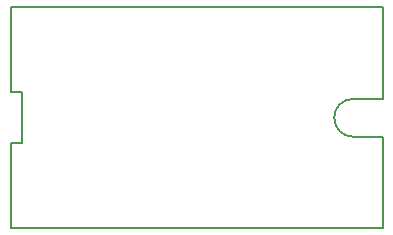
<source format=gbr>
G04 (created by PCBNEW (2013-01-27 BZR 3925)-testing) date Tue 29 Jan 2013 05:53:18 PM CET*
%MOIN*%
G04 Gerber Fmt 3.4, Leading zero omitted, Abs format*
%FSLAX34Y34*%
G01*
G70*
G90*
G04 APERTURE LIST*
%ADD10C,2.3622e-06*%
%ADD11C,0.00787402*%
G04 APERTURE END LIST*
G54D10*
G54D11*
X67212Y-48688D02*
X67212Y-45637D01*
X67212Y-44377D02*
X67212Y-41307D01*
X66228Y-44377D02*
G75*
G03X65598Y-45007I0J-629D01*
G74*
G01*
X65598Y-45007D02*
G75*
G03X66228Y-45637I629J0D01*
G74*
G01*
X67212Y-45637D02*
X66228Y-45637D01*
X67212Y-44377D02*
X66228Y-44377D01*
X54811Y-44161D02*
X54811Y-41307D01*
X54811Y-45834D02*
X54811Y-48688D01*
X55204Y-45834D02*
X55204Y-44161D01*
X55204Y-45834D02*
X54811Y-45834D01*
X54811Y-44161D02*
X55204Y-44161D01*
X67212Y-41307D02*
X54811Y-41307D01*
X54811Y-48688D02*
X67212Y-48688D01*
M02*

</source>
